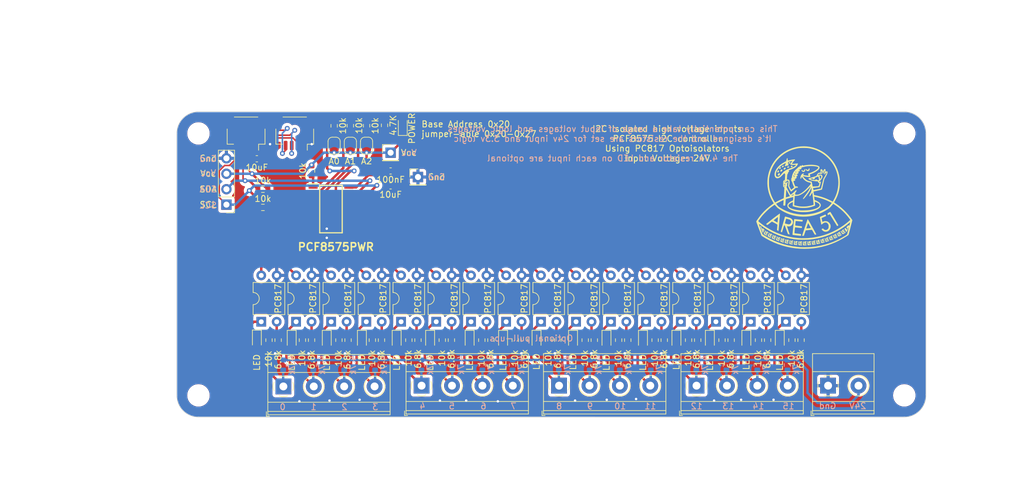
<source format=kicad_pcb>
(kicad_pcb (version 20221018) (generator pcbnew)
  (layers (0 "F.Cu" signal) (31 "B.Cu" signal) (34 "B.Paste" user) (35 "F.Paste" user) (36 "B.SilkS" user "B.Silkscreen") (37 "F.SilkS" user "F.Silkscreen") (38 "B.Mask" user) (39 "F.Mask" user) (44 "Edge.Cuts" user))
  (net 0 "")
  (net 1 "Net-(D1-K)")
  (net 2 "GND")
  (net 3 "Net-(D2-K)")
  (net 4 "/Single Channel opto-isolator circuit/Input")
  (net 5 "Net-(D3-K)")
  (net 6 "/Single Channel opto-isolator circuit1/Input")
  (net 7 "Net-(D4-K)")
  (net 8 "/Single Channel opto-isolator circuit2/Input")
  (net 9 "Net-(D5-K)")
  (net 10 "/Single Channel opto-isolator circuit3/Input")
  (net 11 "Net-(D6-K)")
  (net 12 "/Single Channel opto-isolator circuit4/Input")
  (net 13 "Net-(D7-K)")
  (net 14 "/Single Channel opto-isolator circuit5/Input")
  (net 15 "Net-(D8-K)")
  (net 16 "/Single Channel opto-isolator circuit6/Input")
  (net 17 "Net-(D9-K)")
  (net 18 "VCC")
  (net 19 "/Single Channel opto-isolator circuit7/Input")
  (net 20 "/scl")
  (net 21 "/sda")
  (net 22 "Net-(D10-K)")
  (net 23 "/Single Channel opto-isolator circuit12/Input")
  (net 24 "Net-(D11-K)")
  (net 25 "/Single Channel opto-isolator circuit8/Input")
  (net 26 "Net-(D12-K)")
  (net 27 "/Single Channel opto-isolator circuit9/Input")
  (net 28 "Net-(D13-K)")
  (net 29 "/Single Channel opto-isolator circuit10/Input")
  (net 30 "Net-(D14-K)")
  (net 31 "/Single Channel opto-isolator circuit11/Input")
  (net 32 "Net-(D15-K)")
  (net 33 "/Single Channel opto-isolator circuit13/Input")
  (net 34 "Net-(D16-K)")
  (net 35 "/Single Channel opto-isolator circuit14/Input")
  (net 36 "Net-(D17-K)")
  (net 37 "/Single Channel opto-isolator circuit15/Input")
  (net 38 "Net-(IC1-~{INT})")
  (net 39 "A1")
  (net 40 "A2")
  (net 41 "input0")
  (net 42 "input1")
  (net 43 "input2")
  (net 44 "Net-(R9-Pad1)")
  (net 45 "input3")
  (net 46 "input4")
  (net 47 "input5")
  (net 48 "Net-(R11-Pad1)")
  (net 49 "input6")
  (net 50 "input7")
  (net 51 "input8")
  (net 52 "Net-(R13-Pad1)")
  (net 53 "input9")
  (net 54 "input10")
  (net 55 "input11")
  (net 56 "Net-(R15-Pad1)")
  (net 57 "input12")
  (net 58 "input13")
  (net 59 "input14")
  (net 60 "Net-(R39-Pad1)")
  (net 61 "input15")
  (net 62 "A0")
  (net 63 "Net-(R17-Pad1)")
  (net 64 "Net-(R19-Pad1)")
  (net 65 "Net-(R21-Pad1)")
  (net 66 "Net-(R23-Pad1)")
  (net 67 "Net-(R25-Pad1)")
  (net 68 "Net-(R27-Pad1)")
  (net 69 "Net-(R29-Pad1)")
  (net 70 "Net-(R31-Pad1)")
  (net 71 "Net-(R33-Pad1)")
  (net 72 "Net-(R35-Pad1)")
  (net 73 "Net-(R37-Pad1)")
  (net 74 "+24V")
  (footprint "Resistor_SMD:R_0603_1608Metric" (layer "F.Cu") (at 119 117.825 -90)
    (fp_text reference "R15" hide)
    (fp_text value "6.8k")
  )
  (footprint "Resistor_SMD:R_0603_1608Metric" (layer "F.Cu") (at 159.5 117.825 -90)
    (fp_text reference "R29" hide)
    (fp_text value "6.8k")
  )
  (footprint "TerminalBlock_Phoenix:TerminalBlock_Phoenix_MKDS-1,5-4_1x04_P5.00mm_Horizontal" (layer "F.Cu") (at 153.703 125.313)
    (fp_text reference "J3" hide)
    (fp_text value "Conn_01x04" hide)
  )
  (footprint "Package_DIP:DIP-4_W7.62mm" (layer "F.Cu") (at 162.225 114.8 90)
    (fp_text reference "U12" hide)
    (fp_text value "PC817")
  )
  (footprint "LED_SMD:LED_0603_1608Metric_Pad1.05x0.95mm_HandSolder" (layer "F.Cu") (at 121.275 117.875 -90)
    (fp_text reference "D6" hide)
    (fp_text value "LED")
  )
  (footprint "Resistor_SMD:R_0603_1608Metric" (layer "F.Cu") (at 106 117.825 -90)
    (fp_text reference "R10" hide)
    (fp_text value "10k")
  )
  (footprint "Resistor_SMD:R_0603_1608Metric" (layer "F.Cu") (at 107.5 117.825 -90)
    (fp_text reference "R11" hide)
    (fp_text value "6.8k")
  )
  (footprint "Resistor_SMD:R_0603_1608Metric" (layer "F.Cu") (at 130.5 117.825 -90)
    (fp_text reference "R9" hide)
    (fp_text value "6.8k")
  )
  (footprint "Resistor_SMD:R_0603_1608Metric" (layer "F.Cu") (at 153.5 117.825 -90)
    (fp_text reference "R27" hide)
    (fp_text value "6.8k")
  )
  (footprint "Resistor_SMD:R_0603_1608Metric" (layer "F.Cu") (at 142.5 117.825 -90)
    (fp_text reference "R21" hide)
    (fp_text value "6.8k")
  )
  (footprint "Resistor_SMD:R_0603_1608Metric" (layer "F.Cu") (at 125 82.5 90)
    (fp_text reference "R1" hide)
    (fp_text value "4.7K")
  )
  (footprint "Package_DIP:DIP-4_W7.62mm" (layer "F.Cu") (at 133.5 114.8 90)
    (fp_text reference "U6" hide)
    (fp_text value "PC817")
  )
  (footprint "Resistor_SMD:R_0603_1608Metric" (layer "F.Cu") (at 141 117.825 -90)
    (fp_text reference "R20" hide)
    (fp_text value "10k")
  )
  (footprint "Resistor_SMD:R_0603_1608Metric" (layer "F.Cu") (at 163.5 117.825 -90)
    (fp_text reference "R30" hide)
    (fp_text value "10k")
  )
  (footprint "Capacitor_SMD:C_0603_1608Metric" (layer "F.Cu") (at 104 88)
    (fp_text reference "C3" hide)
    (fp_text value "10uF")
  )
  (footprint "Resistor_SMD:R_0603_1608Metric" (layer "F.Cu") (at 111.5 117.825 -90)
    (fp_text reference "R12" hide)
    (fp_text value "10k")
  )
  (footprint "Resistor_SMD:R_0603_1608Metric" (layer "F.Cu") (at 116.713 82.58 90)
    (fp_text reference "R2" hide)
    (fp_text value "10k")
  )
  (footprint "Resistor_SMD:R_0603_1608Metric" (layer "F.Cu") (at 193.5 117.825 -90)
    (fp_text reference "R39" hide)
    (fp_text value "6.8k")
  )
  (footprint "Resistor_SMD:R_0603_1608Metric" (layer "F.Cu") (at 158 117.825 -90)
    (fp_text reference "R28" hide)
    (fp_text value "10k")
  )
  (footprint "Jumper:SolderJumper-2_P1.3mm_Open_RoundedPad1.0x1.5mm" (layer "F.Cu") (at 122.047 85.852 90)
    (fp_text reference "JP3" hide)
    (fp_text value "Jumper_2_Open" hide)
  )
  (footprint "Resistor_SMD:R_0603_1608Metric" (layer "F.Cu") (at 192 117.825 -90)
    (fp_text reference "R38" hide)
    (fp_text value "10k")
  )
  (footprint "Package_DIP:DIP-4_W7.62mm" (layer "F.Cu") (at 191 114.8 90)
    (fp_text reference "U16" hide)
    (fp_text value "PC817")
  )
  (footprint "Resistor_SMD:R_0603_1608Metric" (layer "F.Cu") (at 105 93 180)
    (fp_text reference "R7" hide)
    (fp_text value "10k")
  )
  (footprint "LED_SMD:LED_0603_1608Metric_Pad1.05x0.95mm_HandSolder" (layer "F.Cu") (at 184.5 117.875 -90)
    (fp_text reference "D16" hide)
    (fp_text value "LED")
  )
  (footprint "Package_DIP:DIP-4_W7.62mm" (layer "F.Cu") (at 156.5 114.8 90)
    (fp_text reference "U11" hide)
    (fp_text value "PC817")
  )
  (footprint "Resistor_SMD:R_0603_1608Metric" (layer "F.Cu") (at 169.5 117.825 -90)
    (fp_text reference "R32" hide)
    (fp_text value "10k")
  )
  (footprint "TerminalBlock_Phoenix:TerminalBlock_Phoenix_MKDS-1,5-2_1x02_P5.00mm_Horizontal" (layer "F.Cu") (at 197.946 125.313)
    (fp_text reference "J10" hide)
    (fp_text value "power in")
  )
  (footprint "TerminalBlock_Phoenix:TerminalBlock_Phoenix_MKDS-1,5-4_1x04_P5.00mm_Horizontal" (layer "F.Cu") (at 108.364 125.44)
    (fp_text reference "J1" hide)
    (fp_text value "Conn_01x04" hide)
  )
  (footprint "Jumper:SolderJumper-2_P1.3mm_Open_RoundedPad1.0x1.5mm" (layer "F.Cu") (at 116.713 85.852 90)
    (fp_text reference "JP1" hide)
    (fp_text value "Jumper_2_Open" hide)
  )
  (footprint "Resistor_SMD:R_0603_1608Metric" (layer "F.Cu") (at 113 117.825 -90)
    (fp_text reference "R13" hide)
    (fp_text value "6.8k")
  )
  (footprint "Package_DIP:DIP-4_W7.62mm" (layer "F.Cu") (at 110.46 114.8 90)
    (fp_text reference "U3" hide)
    (fp_text value "PC817")
  )
  (footprint "LED_SMD:LED_0603_1608Metric_Pad1.05x0.95mm_HandSolder" (layer "F.Cu") (at 132.5 117.875 -90)
    (fp_text reference "D7" hide)
    (fp_text value "LED")
  )
  (footprint "LED_SMD:LED_0603_1608Metric_Pad1.05x0.95mm_HandSolder" (layer "F.Cu") (at 167.5 117.875 -90)
    (fp_text reference "D14" hide)
    (fp_text value "LED")
  )
  (footprint "Resistor_SMD:R_0603_1608Metric" (layer "F.Cu") (at 186.5 117.825 -90)
    (fp_text reference "R36" hide)
    (fp_text value "10k")
  )
  (footprint "Package_DIP:DIP-4_W7.62mm" (layer "F.Cu") (at 168 114.8 90)
    (fp_text reference "U13" hide)
    (fp_text value "PC817")
  )
  (footprint "MountingHole:MountingHole_3.2mm_M3" (layer "F.Cu") (at 94.4 83.834)
    (fp_text reference "REF**" hide)
    (fp_text value "MountingHole_3.2mm_M3" hide)
  )
  (footprint "LED_SMD:LED_0603_1608Metric_Pad1.05x0.95mm_HandSolder" (layer "F.Cu") (at 127 117.875 -90)
    (fp_text reference "D2" hide)
    (fp_text value "LED")
  )
  (footprint "LED_SMD:LED_0603_1608Metric_Pad1.05x0.95mm_HandSolder" (layer "F.Cu") (at 156 117.875 -90)
    (fp_text reference "D12" hide)
    (fp_text value "LED")
  )
  (footprint "TerminalBlock_Phoenix:TerminalBlock_Phoenix_MKDS-1,5-4_1x04_P5.00mm_Horizontal" (layer "F.Cu") (at 131.097 125.313)
    (fp_text reference "J2" hide)
    (fp_text value "Conn_01x04" hide)
  )
  (footprint "Capacitor_SMD:C_0603_1608Metric" (layer "F.Cu") (at 126 90)
    (fp_text reference "C2" hide)
    (fp_text value "100nF")
  )
  (footprint "Evan's misc parts:LC API" (layer "F.Cu") (at 193.548 94.488)
    (fp_text reference "G***" hide)
    (fp_text value "LOGO" hide)
  )
  (footprint "Connector_JST:JST_SH_SM04B-SRSS-TB_1x04-1MP_P1.00mm_Horizontal" (layer "F.Cu") (at 110.236 83.82 180)
    (fp_text reference "J7" hide)
    (fp_text value "qwiic 1" hide)
  )
  (footprint "Jumper:SolderJumper-2_P1.3mm_Open_RoundedPad1.0x1.5mm" (layer "F.Cu") (at 119.38 85.852 90)
    (fp_text reference "JP2" hide)
    (fp_text value "Jumper_2_Open" hide)
  )
  (footprint "Capacitor_SMD:C_0603_1608Metric" (layer "F.Cu") (at 126 92.456)
    (fp_text reference "C1" hide)
    (fp_text value "10uF")
  )
  (footprint "LED_SMD:LED_0603_1608Metric_Pad1.05x0.95mm_HandSolder" (layer "F.Cu") (at 139 117.875 -90)
    (fp_text reference "D8" hide)
    (fp_text value "LED")
  )
  (footprint "LED_SMD:LED_0603_1608Metric_Pad1.05x0.95mm_HandSolder" (layer "F.Cu") (at 104 117.825 -90)
    (fp_text reference "D3" hide)
    (fp_text value "LED")
  )
  (footprint "Resistor_SMD:R_0603_1608Metric" (layer "F.Cu") (at 123 117.825 -90)
    (fp_text reference "R16" hide)
    (fp_text value "10k")
  )
  (footprint "Resistor_SMD:R_0603_1608Metric" (layer "F.Cu") (at 152 117.825 -90)
    (fp_text reference "R26" hide)
    (fp_text value "10k")
  )
  (footprint "Connector_PinHeader_2.54mm:PinHeader_1x04_P2.54mm_Vertical" (layer "F.Cu") (at 99 95.544 180)
    (fp_text reference "J9" hide)
    (fp_text value "i2c test points" hide)
  )
  (footprint "Package_DIP:DIP-4_W7.62mm" (layer "F.Cu") (at 150.725 114.8 90)
    (fp_text reference "U10" hide)
    (fp_text value "PC817")
  )
  (footprint "Resistor_SMD:R_0603_1608Metric" (layer "F.Cu") (at 113 90 -90)
    (fp_text reference "R5" hide)
    (fp_text value "10k")
  )
  (footprint "Resistor_SMD:R_0603_1608Metric" (layer "F.Cu") (at 129 117.825 -90)
    (fp_text reference "R8" hide)
    (fp_text value "10k")
  )
  (footprint "Resistor_SMD:R_0603_1608Metric" (layer "F.Cu") (at 188 117.825 -90)
    (fp_text reference "R37" hide)
    (fp_text value "6.8k")
  )
  (footprint "LED_SMD:LED_0603_1608Metric_Pad1.05x0.95mm_HandSolder" (layer "F.Cu") (at 173 117.875 -90)
    (fp_text reference "D10" hide)
    (fp_text value "LED")
  )
  (footprint "Resistor_SMD:R_0603_1608Metric" (layer "F.Cu") (at 146.5 117.825 -90)
    (fp_text reference "R22" hide)
    (fp_text value "10k")
  )
  (footprint "Package_DIP:DIP-4_W7.62mm" (layer "F.Cu") (at 139.225 114.8 90)
    (fp_text reference "U7" hide)
    (fp_text value "PC817")
  )
  (footprint "TerminalBlock_Phoenix:TerminalBlock_Phoenix_MKDS-1,5-4_1x04_P5.00mm_Horizontal" (layer "F.Cu") (at 176.309 125.313)
    (fp_text reference "J4" hide)
    (fp_text value "Conn_01x04" hide)
  )
  (footprint "Resistor_SMD:R_0603_1608Metric" (layer "F.Cu") (at 176.5 117.825 -90)
    (fp_text reference "R25" hide)
    (fp_text value "6.8k")
  )
  (footprint "Connector_PinHeader_2.54mm:PinHeader_1x01_P2.54mm_Vertical" (layer "F.Cu") (at 130.5 91)
    (fp_text reference "J6" hide)
    (fp_text value "Conn_01x01" hide)
  )
  (footprint "MountingHole:MountingHole_3.2mm_M3" (layer "F.Cu") (at 210.479 83.834)
    (fp_text reference "REF**" hide)
    (fp_text value "MountingHole_3.2mm_M3" hide)
  )
  (footprint "Resistor_SMD:R_0603_1608Metric" (layer "F.Cu") (at 136 117.825 -90)
    (fp_text reference "R19" hide)
    (fp_text value "6.8k")
  )
  (footprint "Resistor_SMD:R_0603_1608Metric" (layer "F.Cu") (at 180.5 117.825 -90)
    (fp_text reference "R34" hide)
    (fp_text value "10k")
  )
  (footprint "Package_DIP:DIP-4_W7.62mm" (layer "F.Cu") (at 127.725 114.8 90)
    (fp_text reference "U1" hide)
    (fp_text value "PC817")
  )
  (footprint "Resistor_SMD:R_0603_1608Metric" (layer "F.Cu") (at 148 117.825 -90)
    (fp_text reference "R23" hide)
    (fp_text value "6.8k")
  )
  (footprint "Resistor_SMD:R_0603_1608Metric" (layer "F.Cu") (at 117.5 117.825 -90)
    (fp_text reference "R14" hide)
    (fp_text value "10k")
  )
  (footprint "Package_DIP:DIP-4_W7.62mm" (layer "F.Cu") (at 179.5 114.8 90)
    (fp_text reference "U14" hide)
    (fp_text value "PC817")
  )
  (footprint "Connector_JST:JST_SH_SM04B-SRSS-TB_1x04-1MP_P1.00mm_Horizontal" (layer "F.Cu") (at 102.235 83.82 180)
    (fp_text reference "J8" hide)
    (fp_text value "qwiic 2" hide)
  )
  (footprint "Package_DIP:DIP-4_W7.62mm" (layer "F.Cu") (at 116.225 114.8 90)
    (fp_text reference "U4" hide)
    (fp_text value "PC817")
  )
  (footprint "Connector_PinHeader_2.54mm:PinHeader_1x01_P2.54mm_Vertical" (layer "F.Cu") (at 126 87)
    (fp_text reference "J5" hide)
    (fp_text value "Conn_01x01" hide)
  )
  (footprint "Package_DIP:DIP-4_W7.62mm" (layer "F.Cu") (at 122 114.8 90)
    (fp_text reference "U5" hide)
    (fp_text value "PC817")
  )
  (footprint "MountingHole:MountingHole_3.2mm_M3" (layer "F.Cu") (at 210.479 126.913)
    (fp_text reference "REF**" hide)
    (fp_text value "MountingHole_3.2mm_M3" hide)
  )
  (footprint "LED_SMD:LED_0603_1608Metric_Pad1.05x0.95mm_HandSolder" (layer "F.Cu") (at 161.5 117.875 -90)
    (fp_text reference "D13" hide)
    (fp_text value "LED")
  )
  (footprint "Resistor_SMD:R_0603_1608Metric" (layer "F.Cu") (at 122.047 82.565 90)
    (fp_text reference "R4" hide)
    (fp_text value "10k")
  )
  (footprint "LED_SMD:LED_0603_1608Metric_Pad1.05x0.95mm_HandSolder" (layer "F.Cu") (at 128 82.5 90)
    (fp_text reference "D1" hide)
    (fp_text value "POWER")
  )
  (footprint "Resistor_SMD:R_0603_1608Metric" (layer "F.Cu") (at 134.5 117.825 -90)
    (fp_text reference "R18" hide)
    (fp_text value "10k")
  )
  (footprint "Package_DIP:DIP-4_W7.62mm" (layer "F.Cu") (at 173.725 114.8 90)
    (fp_text reference "U9" hide)
    (fp_text value "PC817")
  )
  (footprint "Resistor_SMD:R_0603_1608Metric" (layer "F.Cu") (at 105 96 180)
    (fp_text reference "R6" hide)
    (fp_text value "10k")
  )
  (footprint "Resistor_SMD:R_0603_1608Metric" (layer "F.Cu") (at 165 117.825 -90)
    (fp_text reference "R31" hide)
    (fp_text value "6.8k")
  )
  (footprint "Resistor_SMD:R_0603_1608Metric" (layer "F.Cu") (at 175 117.825 -90)
    (fp_text reference "R24" hide)
    (fp_text value "10k")
  )
  (footprint "LED_SMD:LED_0603_1608Metric_Pad1.05x0.95mm_HandSolder" (layer "F.Cu") (at 150 117.875 -90)
    (fp_text reference "D11" hide)
    (fp_text value "LED")
  )
  (footprint "Resistor_SMD:R_0603_1608Metric" (layer "F.Cu") (at 171 117.825 -90)
    (fp_text reference "R33" hide)
    (fp_text value "6.8k")
  )
  (footprint "Package_DIP:DIP-4_W7.62mm" (layer "F.Cu") (at 145 114.8 90)
    (fp_text reference "U8" hide)
    (fp_text value "PC817")
  )
  (footprint "LED_SMD:LED_0603_1608Metric_Pad1.05x0.95mm_HandSolder" (layer "F.Cu") (at 178.5 117.875 -90)
    (fp_text reference "D15" hide)
    (fp_text value "LED")
  )
  (footprint "Package_DIP:DIP-4_W7.62mm" (layer "F.Cu") (at 185.225 114.8 90)
    (fp_text reference "U15" hide)
    (fp_text value "PC817")
  )
  (footprint "Resistor_SMD:R_0603_1608Metric" (layer "F.Cu") (at 182 117.825 -90)
    (fp_text reference "R35" hide)
    (fp_text value "6.8k")
  )
  (footprint "LED_SMD:LED_0603_1608Metric_Pad1.05x0.95mm_HandSolder" (layer "F.Cu") (at 144.5 117.875 -90)
    (fp_text reference "D9" hide)
    (fp_text value "LED")
  )
  (footprint "Resistor_SMD:R_0603_1608Metric" (layer "F.Cu") (at 124.5 117.825 -90)
    (fp_text reference "R17" hide)
    (fp_text value "6.8k")
  )
  (footprint "Evan's parts:SOP65P640X120-24N" (layer "F.Cu") (at 116.192 96.275)
    (fp_text reference "IC1" hide)
    (fp_text value "PCF8575PWR")
  )
  (footprint "LED_SMD:LED_0603_1608Metric_Pad1.05x0.95mm_HandSolder" (layer "F.Cu") (at 109.735 117.875 -90)
    (fp_text reference "D4" hide)
    (fp_text value "LED")
  )
  (footprint "MountingHole:MountingHole_3.2mm_M3" (layer "F.Cu") (at 94.4 126.913)
    (fp_text reference "REF**" hide)
    (fp_text value "MountingHole_3.2mm_M3" hide)
  )
  (footprint "LED_SMD:LED_0603_1608Metric_Pad1.05x0.95mm_HandSolder" (layer "F.Cu") (at 190 117.875 -90)
    (fp_text reference "D17" hide)
    (fp_text value "LED")
  )
  (footprint "Package_DIP:DIP-4_W7.62mm" (layer "F.Cu") (at 104.725 114.8 90)
    (fp_text reference "U2" hide)
    (fp_text value "PC817")
  )
  (footprint "LED_SMD:LED_0603_1608Metric_Pad1.05x0.95mm_HandSolder" (layer "F.Cu") (at 115.5 117.875 -90)
    (fp_text reference "D5" hide)
    (fp_text value "LED")
  )
  (footprint "Resistor_SMD:R_0603_1608Metric" (layer "F.Cu") (at 119.38 82.565 90)
    (fp_text reference "R3" hide)
    (fp_text value "10k")
  )
  (footprint "Resistor_SMD:R_0603_1608Metric" (layer "B.Cu") (at 131.064 121.92 -90)
    (fp_text reference "R40" hide)
    (fp_text value "4.7k")
  )
  (footprint "Resistor_SMD:R_0603_1608Metric" (layer "B.Cu") (at 181.229 121.92 -90)
    (fp_text reference "R53" hide)
    (fp_text value "4.7k")
  )
  (footprint "Resistor_SMD:R_0603_1608Metric" (layer "B.Cu") (at 168.783 121.92 -90)
    (fp_text reference "R52" hide)
    (fp_text value "4.7k")
  )
  (footprint "Resistor_SMD:R_0603_1608Metric" (layer "B.Cu") (at 108.331 121.92 -90)
    (fp_text reference "R41" hide)
    (fp_text value "4.7k")
  )
  (footprint "Resistor_SMD:R_0603_1608Metric" (layer "B.Cu") (at 146.05 121.92 -90)
    (fp_text reference "R47" hide)
    (fp_text value "4.7k")
  )
  (footprint "Resistor_SMD:R_0603_1608Metric" (layer "B.Cu") (at 153.67 121.92 -90)
    (fp_text reference "R49" hide)
    (fp_text value "4.7k")
  )
  (footprint "Resistor_SMD:R_0603_1608Metric" (layer "B.Cu") (at 136.144 121.92 -90)
    (fp_text reference "R45" hide)
    (fp_text value "4.7k")
  )
  (footprint "Resistor_SMD:R_0603_1608Metric" (layer "B.Cu") (at 123.444 121.92 -90)
    (fp_text reference "R44" hide)
    (fp_text value "4.7k")
  )
  (footprint "Resistor_SMD:R_0603_1608Metric" (layer "B.Cu") (at 176.276 121.92 -90)
    (fp_text reference "R48" hide)
    (fp_text value "4.7k")
  )
  (footprint "Resistor_SMD:R_0603_1608Metric" (layer "B.Cu") (at 191.262 121.92 -90)
    (fp_text reference "R55" hide)
    (fp_text value "4.7k")
  )
  (footprint "Resistor_SMD:R_0603_1608Metric" (layer "B.Cu") (at 163.703 121.92 -90)
    (fp_text reference "R51" hide)
    (fp_text value "4.7k")
  )
  (footprint "Resistor_SMD:R_0603_1608Metric" (layer "B.Cu") (at 118.364 121.92 -90)
    (fp_text reference "R43" hide)
    (fp_text value "4.7k")
  )
  (footprint "Resistor_SMD:R_0603_1608Metric" (layer "B.Cu") (at 186.309 121.92 -90)
    (fp_text reference "R54" hide)
    (fp_text value "4.7k")
  )
  (footprint "Resistor_SMD:R_0603_1608Metric" (layer "B.Cu") (at 158.75 121.92 -90)
    (fp_text reference "R50" hide)
    (fp_text value "4.7k")
  )
  (footprint "Resistor_SMD:R_0603_1608Metric" (layer "B.Cu") (at 141.097 121.92 -90)
    (fp_text reference "R46" hide)
    (fp_text value "4.7k")
  )
  (footprint "Resistor_SMD:R_0603_1608Metric" (layer "B.Cu") (at 113.284 121.92 -90)
    (fp_text reference "R42" hide)
    (fp_text value "4.7k")
  )
  (gr_arc (start 94.4 130.469) (mid 91.885528 129.427472) (end 90.844 126.913) (stroke (width 0.1)) (layer "Edge.Cuts"))
  (gr_line (start 90.844 83.834) (end 90.844 126.913) (stroke (width 0.1)) (layer "Edge.Cuts"))
  (gr_line (start 94.4 80.278) (end 210.479 80.278) (stroke (width 0.1)) (layer "Edge.Cuts"))
  (gr_line (start 210.479 130.471267) (end 94.4 130.469) (stroke (width 0.1)) (layer "Edge.Cuts"))
  (gr_arc (start 214.035 126.786) (mid 213.039582 129.383766) (end 210.479 130.471267) (stroke (width 0.1)) (layer "Edge.Cuts"))
  (gr_arc (start 90.844 83.834) (mid 91.885528 81.319528) (end 94.4 80.278) (stroke (width 0.1)) (layer "Edge.Cuts"))
  (gr_arc (start 210.479 80.278) (mid 212.993472 81.319528) (end 214.035 83.834) (stroke (width 0.1)) (layer "Edge.Cuts"))
  (gr_line (start 214.035 83.834) (end 214.035 126.786) (stroke (width 0.1)) (layer "Edge.Cuts"))
  (gr_text "11" (at 168.696 128.691) (layer "B.SilkS") (effects (font (size 1 1)) (justify mirror)))
  (gr_text "1" (at 113.324 128.818) (layer "B.SilkS") (effects (font (size 1 1)) (justify mirror)))
  (gr_text "24V" (at 202.819 128.651) (layer "B.SilkS") (effects (font (size 1 1)) (justify mirror)))
  (gr_text "13" (at 181.523 128.691) (layer "B.SilkS") (effects (font (size 1 1)) (justify mirror)))
  (gr_text "Vcc" (at 129 87) (layer "B.SilkS") (effects (font (size 1 1)) (justify mirror)))
  (gr_text "This can potentially take a range of input voltages and logic voltages\nIt's designed and the resistors are set for 24v input and 3.3v logic\n\nThe 4.7k resistor and LED on each input are optional" (at 162.5 85.5) (layer "B.SilkS") (effects (font (size 1 1)) (justify mirror)))
  (gr_text "0" (at 108.244 128.818) (layer "B.SilkS") (effects (font (size 1 1)) (justify mirror)))
  (gr_text "6" (at 141.264 128.691) (layer "B.SilkS") (effects (font (size 1 1)) (justify mirror)))
  (gr_text "Gnd" (at 96 88) (layer "B.SilkS") (effects (font (size 1 1)) (justify mirror)))
  (gr_text "SCL" (at 96 95.671) (layer "B.SilkS") (effects (font (size 1 1)) (justify mirror)))
  (gr_text "Gnd" (at 133.548 91) (layer "B.SilkS") (effects (font (size 1 1)) (justify mirror)))
  (gr_text "14" (at 186.476 128.691) (layer "B.SilkS") (effects (font (size 1 1)) (justify mirror)))
  (gr_text "9" (at 158.79 128.691) (layer "B.SilkS") (effects (font (size 1 1)) (justify mirror)))
  (gr_text "12" (at 176.316 128.691) (layer "B.SilkS") (effects (font (size 1 1)) (justify mirror)))
  (gr_text "10" (at 163.743 128.691) (layer "B.SilkS") (effects (font (size 1 1)) (justify mirror)))
  (gr_text "5" (at 136.057 128.691) (layer "B.SilkS") (effects (font (size 1 1)) (justify mirror)))
  (gr_text "8" (at 153.71 128.691) (layer "B.SilkS") (effects (font (size 1 1)) (justify mirror)))
  (gr_text "2" (at 118.404 128.818) (layer "B.SilkS") (effects (font (size 1 1)) (justify mirror)))
  (gr_text "7" (at 146.217 128.691) (layer "B.SilkS") (effects (font (size 1 1)) (justify mirror)))
  (gr_text "3" (at 123.484 128.818) (layer "B.SilkS") (effects (font (size 1 1)) (justify mirror)))
  (gr_text "15" (at 191.429 128.691) (layer "B.SilkS") (effects (font (size 1 1)) (justify mirror)))
  (gr_text "Vcc" (at 96 90.337) (layer "B.SilkS") (effects (font (size 1 1)) (justify mirror)))
  (gr_text "Optional pull-ups" (at 156.083 118.11) (layer "B.SilkS") (effects (font (size 1 1)) (justify left bottom mirror)))
  (gr_text "4" (at 131.231 128.691) (layer "B.SilkS") (effects (font (size 1 1)) (justify mirror)))
  (gr_text "Gnd" (at 197.866 128.651) (layer "B.SilkS") (effects (font (size 1 1)) (justify mirror)))
  (gr_text "SDA" (at 96 93) (layer "B.SilkS") (effects (font (size 1 1)) (justify mirror)))
  (gr_text "Base Address 0x20\njumper-able 0x20-0x27" (at 131 84.5) (layer "F.SilkS") (effects (font (size 1 1)) (justify left bottom)))
  (gr_text "I2C Isolated high voltage inputs\nPCF8575 I2C controller\nUsing PC817 Optoisolators\nInput Voltage: 24V\n" (at 171.5 85.5) (layer "F.SilkS") (effects (font (size 1 1))))
  (gr_text "Gnd" (at 133.548 91) (layer "F.SilkS") (effects (font (size 1 1))))
  (gr_text "A2" (at 122.047 88.392) (layer "F.SilkS") (effects (font (size 1 1))))
  (gr_text "Vcc" (at 129 87) (layer "F.SilkS") (effects (font (size 1 1))))
  (gr_text "SCL" (at 96 95.544) (layer "F.SilkS") (effects (font (size 1 1))))
  (gr_text "A1" (at 119.38 88.392) (layer "F.SilkS") (effects (font (size 1 1))))
  (gr_text "SDA" (at 96 93) (layer "F.SilkS") (effects (font (size 1 1))))
  (gr_text "Vcc" (at 96 90.434) (layer "F.SilkS") (effects (font (size 1 1))))
  (gr_text "Gnd" (at 96 87.934) (layer "F.SilkS") (effects (font (size 1 1))))
  (gr_text "A0" (at 116.713 88.392) (layer "F.SilkS") (effects (font (size 1 1))))
  (segment (start 125 83.325) (end 127.95 83.325) (width 0.4) (layer "F.Cu") (net 1))
  (segment (start 127.95 83.325) (end 128 83.375) (width 0.4) (layer "F.Cu") (net 1))
  (segment (start 107.436 81.945) (end 108.555 81.945) (width 0.4) (layer "F.Cu") (net 2))
  (segment (start 108.555 81.945) (end 109 81.5) (width 0.4) (layer "F.Cu") (net 2))
  (segment (start 107.436 81.945) (end 105.035 81.945) (width 0.4) (layer "F.Cu") (net 2))
  (segment (start 109 81.5) (end 110.5 81.5) (width 0.4) (layer "F.Cu") (net 2))
  (segment (start 103.735 86.96) (end 104.775 88) (width 0.4) (layer "F.Cu") (net 2))
  (segment (start 105.95 85.82) (end 106.172 85.598) (width 0.4) (layer "F.Cu") (net 2))
  (segment (start 115.15 99.85) (end 115.5 99.5) (width 0.4) (layer "F.Cu") (net 2))
  (segment (start 110.945 81.945) (end 113.036 81.945) (width 0.4) (layer "F.Cu") (net 2))
  (segment (start 103.735 85.82) (end 105.95 85.82) (width 0.4) (layer "F.Cu") (net 2))
  (segment (start 103.735 85.82) (end 103.735 86.96) (width 0.4) (layer "F.Cu") (net 2))
  (segment (start 110.5 81.5) (end 110.945 81.945) (width 0.4) (layer "F.Cu") (net 2))
  (segment (start 113.254 99.85) (end 115.15 99.85) (width 0.4) (layer "F.Cu") (net 2))
  (via (at 112.5 120) (size 0.8) (drill 0.4) (layers "F.Cu" "B.Cu") (net 2))
  (via (at 113.03 85.598) (size 0.8) (drill 0.4) (layers "F.Cu" "B.Cu") (net 2))
  (via (at 118.5 120) (size 0.8) (drill 0.4) (layers "F.Cu" "B.Cu") (net 2))
  (via (at 110.998 127.889) (size 0.8) (drill 0.4) (layers "F.Cu" "B.Cu") (net 2))
  (via (at 124 120) (size 0.8) (drill 0.4) (layers "F.Cu" "B.Cu") (net 2))
  (via (at 106.172 85.598) (size 0.8) (drill 0.4) (layers "F.Cu" "B.Cu") (net 2))
  (via (at 138.43 127.762) (size 0.8) (drill 0.4) (layers "F.Cu" "B.Cu") (net 2))
  (via (at 135.5 120) (size 0.8) (drill 0.4) (layers "F.Cu" "B.Cu") (net 2))
  (via (at 153 120) (size 0.8) (drill 0.4) (layers "F.Cu" "B.Cu") (net 2))
  (via (at 179.197 127.762) (size 0.8) (drill 0.4) (layers "F.Cu" "B.Cu") (net 2))
  (via (at 115.951 127.762) (size 0.8) (drill 0.4) (layers "F.Cu" "B.Cu") (net 2))
  (via (at 115.5 99.5) (size 0.8) (drill 0.4) (layers "F.Cu" "B.Cu") (net 2))
  (via (at 188.976 127.635) (size 0.8) (drill 0.4) (layers "F.Cu" "B.Cu") (net 2))
  (via (at 143.637 127.889) (size 0.8) (drill 0.4) (layers "F.Cu" "B.Cu") (net 2))
  (via (at 134.112 127.762) (size 0.8) (drill 0.4) (layers "F.Cu" "B.Cu") (net 2))
  (via (at 187.5 120) (size 0.8) (drill 0.4) (layers "F.Cu" "B.Cu") (net 2))
  (via (at 147.5 120) (size 0.8) (drill 0.4) (layers "F.Cu" "B.Cu") (net 2))
  (via (at 176 120) (size 0.8) (drill 0.4) (layers "F.Cu" "B.Cu") (net 2))
  (via (at 166.37 127.508) (size 0.8) (drill 0.4) (layers "F.Cu" "B.Cu") (net 2))
  (via (at 107 120) (size 0.8) (drill 0.4) (layers "F.Cu" "B.Cu") (net 2))
  (via (at 181.5 120) (size 0.8) (drill 0.4) (layers "F.Cu" "B.Cu") (net 2))
  (via (at 164.5 120) (size 0.8) (drill 0.4) (layers "F.Cu" "B.Cu") (net 2))
  (via (at 183.642 127.635) (size 0.8) (drill 0.4) (layers "F.Cu" "B.Cu") (net 2))
  (via (at 115.5 101) (size 0.8) (drill 0.4) (layers "F.Cu" "B.Cu") (net 2))
  (via (at 161.544 127.635) (size 0.8) (drill 0.4) (layers "F.Cu" "B.Cu") (net 2))
  (via (at 170.5 120) (size 0.8) (drill 0.4) (layers "F.Cu" "B.Cu") (net 2))
  (via (at 156.337 127.762) (size 0.8) (drill 0.4) (layers "F.Cu" "B.Cu") (net 2))
  (via (at 142 120) (size 0.8) (drill 0.4) (layers "F.Cu" "B.Cu") (net 2))
  (via (at 120.904 127.635) (size 0.8) (drill 0.4) (layers "F.Cu" "B.Cu") (net 2))
  (via (at 159 120) (size 0.8) (drill 0.4) (layers "F.Cu" "B.Cu") (net 2))
  (segment (start 127 117) (end 129 117) (width 0.4) (layer "F.Cu") (net 3))
  (segment (start 126.125 116.4) (end 126.125 118.5) (width 0.4) (layer "F.Cu") (net 4))
  (segment (start 127.725 114.8) (end 126.125 116.4) (width 0.4) (layer "F.Cu") (net 4))
  (segment (start 126.125 118.5) (end 126.125 120.341) (width 0.4) (layer "F.Cu") (net 4))
  (segment (start 126.375 118.75) (end 126.125 118.5) (width 0.4) (layer "F.Cu") (net 4))
  (segment (start 127 118.75) (end 126.375 118.75) (width 0.4) (layer "F.Cu") (net 4))
  (segment (start 126.125 120.341) (end 131.097 125.313) (width 0.4) (layer "F.Cu") (net 4))
  (segment (start 131.064 125.28) (end 131.097 125.313) (width 0.4) (layer "B.Cu") (net 4))
  (segment (start 131.064 122.745) (end 131.064 125.28) (width 0.4) (layer "B.Cu") (net 4))
  (segment (start 104 116.95) (end 105.95 116.95) (width 0.4) (layer "F.Cu") (net 5))
  (segment (start 105.95 116.95) (end 106 117) (width 0.4) (layer "F.Cu") (net 5))
  (segment (start 103 120.076) (end 108.364 125.44) (width 0.4) (layer "F.Cu") (net 6))
  (segment (start 104.725 114.8) (end 103.525 114.8) (width 0.4) (layer "F.Cu") (net 6))
  (segment (start 103 118.5) (end 103 120.076) (width 0.4) (layer "F.Cu") (net 6))
  (segment (start 103 115.325) (end 103 118.5) (width 0.4) (layer "F.Cu") (net 6))
  (segment (start 103.525 114.8) (end 103 115.325) (width 0.4) (layer "F.Cu") (net 6))
  (segment (start 104 118.7) (end 103.2 118.7) (width 0.4) (layer "F.Cu") (net 6))
  (segment (start 103.2 118.7) (end 103 118.5) (width 0.4) (layer "F.Cu") (net 6))
  (segment (start 108.331 125.407) (end 108.364 125.44) (width 0.4) (layer "B.Cu") (net 6))
  (segment (start 108.331 122.745) (end 108.331 125.407) (width 0.4) (layer "B.Cu") (net 6))
  (segment (start 109.735 117) (end 111.5 117) (width 0.4) (layer "F.Cu") (net 7))
  (segment (start 108.86 118.5) (end 108.86 120.936) (width 0.4) (layer "F.Cu") (net 8))
  (segment (start 108.86 116.448439) (end 108.86 118.5) (width 0.4) (layer "F.Cu") (net 8))
  (segment (start 109.735 118.75) (end 109.11 118.75) (width 0.4) (layer "F.Cu") (net 8))
  (segment (start 110.46 114.848439) (end 108.86 116.448439) (width 0.4) (layer "F.Cu") (net 8))
  (segment (start 109.11 118.75) (end 108.86 118.5) (width 0.4) (layer "F.Cu") (net 8))
  (segment (start 110.46 114.8) (end 110.46 114.848439) (width 0.4) (layer "F.Cu") (net 8))
  (segment (start 108.86 120.936) (end 113.364 125.44) (width 0.4) (layer "F.Cu") (net 8))
  (segment (start 113.284 125.36) (end 113.364 125.44) (width 0.4) (layer "B.Cu") (net 8))
  (segment (start 113.284 122.745) (end 113.284 125.36) (width 0.4) (layer "B.Cu") (net 8))
  (segment (start 115.5 117) (end 117.5 117) (width 0.4) (layer "F.Cu") (net 9))
  (segment (start 116.225 114.8) (end 116.225 114.848439) (width 0.4) (layer "F.Cu") (net 10))
  (segment (start 114.625 118.5) (end 114.625 121.701) (width 0.4) (layer "F.Cu") (net 10))
  (segment (start 114.875 118.75) (end 114.625 118.5) (width 0.4) (layer "F.Cu") (net 10))
  (segment (start 114.625 121.701) (end 118.364 125.44) (width 0.4) (layer "F.Cu") (net 10))
  (segment (start 116.225 114.848439) (end 114.625 116.448439) (width 0.4) (layer "F.Cu") (net 10))
  (segment (start 114.625 116.448439) (end 114.625 118.5) (width 0.4) (layer "F.Cu") (net 10))
  (segment (start 115.5 118.75) (end 114.875 118.75) (width 0.4) (layer "F.Cu") (net 10))
  (segment (start 118.364 122.745) (end 118.364 125.44) (width 0.4) (layer "B.Cu") (net 10))
  (segment (start 121.275 117) (end 123 117) (width 0.4) (layer "F.Cu") (net 11))
  (segment (start 122 114.8) (end 120.4 116.4) (width 0.4) (layer "F.Cu") (net 12))
  (segment (start 120.4 118.5) (end 120.4 122.476) (width 0.4) (layer "F.Cu") (net 12))
  (segment (start 120.4 122.476) (end 123.364 125.44) (width 0.4) (layer "F.Cu") (net 12))
  (segment (start 121.275 118.75) (end 120.65 118.75) (width 0.4) (layer "F.Cu") (net 12))
  (segment (start 120.65 118.75) (end 120.4 118.5) (width 0.4) (layer "F.Cu") (net 12))
  (segment (start 120.4 116.4) (end 120.4 118.5) (width 0.4) (layer "F.Cu") (net 12))
  (segment (start 123.444 125.36) (end 123.364 125.44) (width 0.4) (layer "B.Cu") (net 12))
  (segment (start 123.444 122.745) (end 123.444 125.36) (width 0.4) (layer "B.Cu") (net 12))
  (segment (start 132.5 117) (end 134.5 117) (width 0.4) (layer "F.Cu") (net 13))
  (segment (start 133.5 114.8) (end 133.273439 114.8) (width 0.4) (layer "F.Cu") (net 14))
  (segment (start 131.625 118.5) (end 131.625 120.841) (width 0.4) (layer "F.Cu") (net 14))
  (segment (start 131.875 118.75) (end 131.625 118.5) (width 0.4) (layer "F.Cu") (net 14))
  (segment (start 131.625 116.448439) (end 131.625 118.5) (width 0.4) (layer "F.Cu") (net 14))
  (segment (start 133.273439 114.8) (end 131.625 116.448439) (width 0.4) (layer "F.Cu") (net 14))
  (segment (start 131.625 120.841) (end 136.097 125.313) (width 0.4) (layer "F.Cu") (net 14))
  (segment (start 132.5 118.75) (end 131.875 118.75) (width 0.4) (layer "F.Cu") (net 14))
  (segment (start 136.144 125.266) (end 136.097 125.313) (width 0.4) (layer "B.Cu") (net 14))
  (segment (start 136.144 122.745) (end 136.144 125.266) (width 0.4) (layer "B.Cu") (net 14))
  (segment (start 139 117) (end 141 117) (width 0.4) (layer "F.Cu") (net 15))
  (segment (start 138.375 118.75) (end 138.125 118.5) (width 0.4) (layer "F.Cu") (net 16))
  (segment (start 138.125 122.341) (end 141.097 125.313) (width 0.4) (layer "F.Cu") (net 16))
  (segment (start 139 118.75) (end 138.375 118.75) (width 0.4) (layer "F.Cu") (net 16))
  (segment (start 138.125 115.9) (end 138.125 118.5) (width 0.4) (layer "F.Cu") (net 16))
  (segment (start 139.225 114.8) (end 138.125 115.9) (width 0.4) (layer "F.Cu") (net 16))
  (segment (start 138.125 118.5) (end 138.125 122.341) (width 0.4) (layer "F.Cu") (net 16))
  (segment (start 141.097 122.745) (end 141.097 125.313) (width 0.4) (layer "B.Cu") (net 16))
  (segment (start 144.5 117) (end 146.5 117) (width 0.4) (layer "F.Cu") (net 17))
  (segment (start 128 81.625) (end 128.875 82.5) (width 0.4) (layer "F.Cu") (net 18))
  (segment (start 109.936072 84.574) (end 110.736 85.373928) (width 0.25) (layer "F.Cu") (net 18))
  (segment (start 110.736 85.373928) (end 110.736 85.82) (width 0.25) (layer "F.Cu") (net 18))
  (segment (start 102.735 85.82) (end 102.735 85.373928) (width 0.25) (layer "F.Cu") (net 18))
  (segment (start 125.225 90) (end 125.225 92.456) (width 0.4) (layer "F.Cu") (net 18))
  (segment (start 105.747 93) (end 103.211 90.464) (width 0.4) (layer "F.Cu") (net 18))
  (segment (start 128.875 82.5) (end 128.875 84.125) (width 0.4) (layer "F.Cu") (net 18))
  (segment (start 128.875 84.125) (end 126 87) (width 0.4) (layer "F.Cu") (net 18))
  (segment (start 103.534928 84.574) (end 109.936072 84.574) (width 0.25) (layer "F.Cu") (net 18))
  (segment (start 124.547 90.678) (end 125.225 90) (width 0.4) (layer "F.Cu") (net 18))
  (segment (start 105.825 96) (end 105.825 93) (width 0.4) (layer "F.Cu") (net 18))
  (segment (start 119.13 92.7) (end 120.33 92.7) (width 0.4) (layer "F.Cu") (net 18))
  (segment (start 105.825 93) (end 105.747 93) (width 0.4) (layer "F.Cu") (net 18))
  (segment (start 102.735 85.373928) (end 103.534928 84.574) (width 0.25) (layer "F.Cu") (net 18))
  (segment (start 122.047 90.373) (end 122.352 90.678) (width 0.4) (layer "F.Cu") (net 18))
  (segment (start 122.352 90.678) (end 124.547 90.678) (width 0.4) (layer "F.Cu") (net 18))
  (segment (start 120.33 92.7) (end 122.352 90.678) (width 0.4) (layer "F.Cu") (net 18))
  (segment (start 102.735 85.82) (end 102.735 89.988) (width 0.25) (layer "F.Cu") (net 18))
  (segment (start 122.047 86.995) (end 122.047 90.373) (width 0.4) (layer "F.Cu") (net 18))
  (segment (start 102.735 89.988) (end 103.211 90.464) (width 0.25) (layer "F.Cu") (net 18))
  (via (at 113 89) (size 0.8) (drill 0.4) (layers "F.Cu" "B.Cu") (net 18))
  (via (at 116.713 86.995) (size 0.8) (drill 0.4) (layers "F.Cu" "B.Cu") (net 18))
  (via (at 122.047 86.995) (size 0.8) (drill 0.4) (layers "F.Cu" "B.Cu") (net 18))
  (via (at 119.38 86.995) (size 0.8) (drill 0.4) (layers "F.Cu" "B.Cu") (net 18))
  (via (at 103.211 90.464) (size 0.8) (drill 0.4) (layers "F.Cu" "B.Cu") (net 18))
  (segment (start 103.211 90.464) (end 111 90.464) (width 0.4) (layer "B.Cu") (net 18))
  (segment (start 111.536 90.464) (end 111 90.464) (width 0.4) (layer "B.Cu") (net 18))
  (segment (start 113 89) (end 111.536 90.464) (width 0.4) (layer "B.Cu") (net 18))
  (segment (start 99 90.464) (end 103.211 90.464) (width 0.4) (layer "B.Cu") (net 18))
  (segment (start 125.995 86.995) (end 126 87) (width 0.4) (layer "B.Cu") (net 18))
  (segment (start 116.713 86.995) (end 119.38 86.995) (width 0.4) (layer "B.Cu") (net 18))
  (segment (start 119.38 86.995) (end 122.047 86.995) (width 0.4) (layer "B.Cu") (net 18))
  (segment (start 115.005 86.995) (end 113 89) (width 0.4) (layer "B.Cu") (net 18))
  (segment (start 116.713 86.995) (end 115.005 86.995) (width 0.4) (layer "B.Cu") (net 18))
  (segment (start 122.047 86.995) (end 125.995 86.995) (width 0.4) (layer "B.Cu") (net 18))
  (segment (start 143.875 118.75) (end 143.625 118.5) (width 0.4) (layer "F.Cu") (net 19))
  (segment (start 143.625 118.5) (end 143.625 122.841) (width 0.4) (layer "F.Cu") (net 19))
  (segment (start 143.625 122.841) (end 146.097 125.313) (width 0.4) (layer "F.Cu") (net 19))
  (segment (start 144.5 118.75) (end 143.875 118.75) (width 0.4) (layer "F.Cu") (net 19))
  (segment (start 145 115.073439) (end 143.625 116.448439) (width 0.4) (layer "F.Cu") (net 19))
  (segment (start 145 114.8) (end 145 115.073439) (width 0.4) (layer "F.Cu") (net 19))
  (segment (start 143.625 116.448439) (end 143.625 118.5) (width 0.4) (layer "F.Cu") (net 19))
  (segment (start 146.05 125.266) (end 146.097 125.313) (width 0.4) (layer "B.Cu") (net 19))
  (segment (start 146.05 122.745) (end 146.05 125.266) (width 0.4) (layer "B.Cu") (net 19))
  (segment (start 99 95.544) (end 97.825489 94.369489) (width 0.25) (layer "F.Cu") (net 20))
  (segment (start 102.796928 83.312) (end 100.735 85.373928) (width 0.25) (layer "F.Cu") (net 20))
  (segment (start 108.688 83.312) (end 102.796928 83.312) (width 0.25) (layer "F.Cu") (net 20))
  (segment (start 122.107 94) (end 123.738 92.369) (width 0.4) (layer "F.Cu") (net 20))
  (segment (start 119.13 94) (end 122.107 94) (width 0.4) (layer "F.Cu") (net 20))
  (segment (start 109 83) (end 108.688 83.312) (width 0.25) (layer "F.Cu") (net 20))
  (segment (start 104.175 96) (end 104.175 94.65) (width 0.4) (layer "F.Cu") (net 20))
  (segment (start 108.204 87.122) (end 108.736 86.59) (width 0.25) (layer "F.Cu") (net 20))
  (segment (start 97.825489 94.369489) (end 97.825489 89.977501) (width 0.25) (layer "F.Cu") (net 20))
  (segment (start 100.735 85.373928) (end 100.735 85.82) (width 0.25) (layer "F.Cu") (net 20))
  (segment (start 108.736 86.59) (end 108.736 85.82) (width 0.25) (layer "F.Cu") (net 20))
  (segment (start 99.496489 89.098511) (end 100.735 87.86) (width 0.25) (layer "F.Cu") (net 20))
  (segment (start 97.825489 89.977501) (end 98.704479 89.098511) (width 0.25) (layer "F.Cu") (net 20))
  (segment (start 98.704479 89.098511) (end 99.496489 89.098511) (width 0.25) (layer "F.Cu") (net 20))
  (segment (start 104.175 94.65) (end 102.7625 93.2375) (width 0.4) (layer "F.Cu") (net 20))
  (segment (start 100.735 87.86) (end 100.735 85.82) (width 0.25) (layer "F.Cu") (net 20))
  (via (at 108.204 87.122) (size 0.8) (drill 0.4) (layers "F.Cu" "B.Cu") (net 20))
  (via (at 109 83) (size 0.8) (drill 0.4) (layers "F.Cu" "B.Cu") (net 20))
  (via (at 102.7625 93.2375) (size 0.8) (drill 0.4) (layers "F.Cu" "B.Cu") (net 20))
  (via (at 123.738 92.369) (size 0.8) (drill 0.4) (layers "F.Cu" "B.Cu") (net 20))
  (segment (start 123.700489 92.406511) (end 103.593489 92.406511) (width 0.4) (layer "B.Cu") (net 20))
  (segment (start 100.456 95.544) (end 99 95.544) (width 0.4) (layer "B.Cu") (net 20))
  (segment (start 123.738 92.369) (end 123.700489 92.406511) (width 0.4) (layer "B.Cu") (net 20))
  (segment (start 103.593489 92.406511) (end 102.7625 93.2375) (width 0.4) (layer "B.Cu") (net 20))
  (segment (start 102.7625 93.2375) (end 100.456 95.544) (width 0.4) (layer "B.Cu") (net 20))
  (segment (start 109 83) (end 108.204 83.796) (width 0.25) (layer "B.Cu") (net 20))
  (segment (start 108.204 83.796) (end 108.204 87.122) (width 0.25) (layer "B.Cu") (net 20))
  (segment (start 110.236 83.312) (end 109.42352 84.12448) (width 0.25) (layer "F.Cu") (net 21))
  (segment (start 101.735 85.373928) (end 101.735 85.82) (width 0.25) (layer "F.Cu") (net 21))
  (segment (start 109.728 85.828) (end 109.736 85.82) (width 0.25) (layer "F.Cu") (net 21))
  (segment (start 101.735 85.82) (end 101.735 91.274) (width 0.25) (layer "F.Cu") (net 21))
  (segment (start 101.735 91.274) (end 102.068 91.607) (width 0.25) (layer "F.Cu") (net 21))
  (segment (start 104.175 93) (end 102.782 91.607) (width 0.4) (layer "F.Cu") (net 21))
  (segment (start 120.852 93.35) (end 122.595 91.607) (width 0.4) (layer "F.Cu") (net 21))
  (segment (start 103.034928 84.074) (end 101.735 85.373928) (width 0.25) (layer "F.Cu") (net 21))
  (segment (start 102.782 91.607) (end 102.068 91.607) (width 0.4) (layer "F.Cu") (net 21))
  (segment (start 103.085408 84.12448) (end 103.034928 84.074) (width 0.25) (layer "F.Cu") (net 21))
  (segment (start 109.42352 84.12448) (end 103.085408 84.12448) (width 0.25) (layer "F.Cu") (net 21))
  (segment (start 109.728 87.122) (end 109.728 85.828) (width 0.25) (layer "F.Cu") (net 21))
  (segment (start 119.13 93.35) (end 120.852 93.35) (width 0.4) (layer "F.Cu") (net 21))
  (via (at 102.068 91.607) (size 0.8) (drill 0.4) (layers "F.Cu" "B.Cu") (net 21))
  (via (at 122.595 91.607) (size 0.8) (drill 0.4) (layers "F.Cu" "B.Cu") (net 21))
  (via (at 110.236 83.312) (size 0.8) (drill 0.4) (layers "F.Cu" "B.Cu") (net 21))
  (via (at 109.728 87.122) (size 0.8) (drill 0.4) (layers "F.Cu" "B.Cu") (net 21))
  (segment (start 100.397 91.607) (end 99 93.004) (width 0.4) (layer "B.Cu") (net 21))
  (segment (start 109.728 83.82) (end 109.728 87.122) (width 0.25) (layer "B.Cu") (net 21))
  (segment (start 110.236 83.312) (end 109.728 83.82) (width 0.25) (layer "B.Cu") (net 21))
  (segment (start 122.595 91.607) (end 102.068 91.607) (width 0.4) (layer "B.Cu") (net 21))
  (segment (start 102.068 91.607) (end 100.397 91.607) (width 0.4) (layer "B.Cu") (net 21))
  (segment (start 173 117) (end 175 117) (width 0.4) (layer "F.Cu") (net 22))
  (segment (start 172.125 116.4) (end 172.125 118.5) (width 0.4) (layer "F.Cu") (net 23))
  (segment (start 172.125 121.129) (end 176.309 125.313) (width 0.4) (layer "F.Cu") (net 23))
  (segment (start 173.725 114.8) (end 172.125 116.4) (width 0.4) (layer "F.Cu") (net 23))
  (segment (start 173 118.75) (end 172.375 118.75) (width 0.4) (layer "F.Cu") (net 23))
  (segment (start 172.375 118.75) (end 172.125 118.5) (width 0.4) (layer "F.Cu") (net 23))
  (segment (start 172.125 118.5) (end 172.125 121.129) (width 0.4) (layer "F.Cu") (net 23))
  (segment (start 176.276 122.745) (end 176.276 125.28) (width 0.4) (layer "B.Cu") (net 23))
  (segment (start 176.276 125.28) (end 176.309 125.313) (width 0.4) (layer "B.Cu") (net 23))
  (segment (start 150 117) (end 152 117) (width 0.4) (layer "F.Cu") (net 24))
  (segment (start 149.125 118.5) (end 149.125 120.735) (width 0.4) (layer "F.Cu") (net 25))
  (segment (start 150 118.75) (end 149.375 118.75) (width 0.4) (layer "F.Cu") (net 25))
  (segment (start 149.125 120.735) (end 153.703 125.313) (width 0.4) (layer "F.Cu") (net 25))
  (segment (start 150.725 114.8) (end 150.725 114.848439) (width 0.4) (layer "F.Cu") (net 25))
  (segment (start 149.375 118.75) (end 149.125 118.5) (width 0.4) (layer "F.Cu") (net 25))
  (segment (start 150.725 114.848439) (end 149.125 116.448439) (width 0.4) (layer "F.Cu") (net 25))
  (segment (start 149.125 116.448439) (end 149.125 118.5) (width 0.4) (layer "F.Cu") (net 25))
  (segment (start 153.67 122.745) (end 153.67 125.28) (width 0.4) (layer "B.Cu") (net 25))
  (segment (start 153.67 125.28) (end 153.703 125.313) (width 0.4) (layer "B.Cu") (net 25))
  (segment (start 156 117) (end 158 117) (width 0.4) (layer "F.Cu") (net 26))
  (segment (start 155.125 118.5) (end 155.125 116.175) (width 0.4) (layer "F.Cu") (net 27))
  (segment (start 155.125 116.175) (end 156.5 114.8) (width 0.4) (layer "F.Cu") (net 27))
  (segment (start 155.125 121.735) (end 155.125 118.5) (width 0.4) (layer "F.Cu") (net 27))
  (segment (start 155.375 118.75) (end 155.125 118.5) (width 0.4) (layer "F.Cu") (net 27))
  (segment (start 156 118.75) (end 155.375 118.75) (width 0.4) (layer "F.Cu") (net 27))
  (segment (start 158.703 125.313) (end 155.125 121.735) (width 0.4) (layer "F.Cu") (net 27))
  (segment (start 158.75 122.745) (end 158.75 125.266) (width 0.4) (layer "B.Cu") (net 27))
  (segment (start 158.75 125.266) (end 158.703 125.313) (width 0.4) (layer "B.Cu") (net 27))
  (segment (start 161.5 117) (end 163.5 117) (width 0.4) (layer "F.Cu") (net 28))
  (segment (start 161.5 118.75) (end 160.875 118.75) (width 0.4) (layer "F.Cu") (net 29))
  (segment (start 160.875 118.75) (end 160.625 118.5) (width 0.4) (layer "F.Cu") (net 29))
  (segment (start 160.625 122.235) (end 163.703 125.313) (width 0.4) (layer "F.Cu") (net 29))
  (segment (start 160.625 116.4) (end 160.625 118.5) (width 0.4) (layer "F.Cu") (net 29))
  (segment (start 162.225 114.8) (end 160.625 116.4) (width 0.4) (layer "F.Cu") (net 29))
  (segment (start 160.625 118.5) (end 160.625 122.235) (width 0.4) (layer "F.Cu") (net 29))
  (segment (start 163.703 122.745) (end 163.703 125.313) (width 0.4) (layer "B.Cu") (net 29))
  (segment (start 167.5 117) (end 169.5 117) (width 0.4) (layer "F.Cu") (net 30))
  (segment (start 167.5 118.75) (end 166.875 118.75) (width 0.4) (layer "F.Cu") (net 31))
  (segment (start 166.625 118.5) (end 166.625 123.235) (width 0.4) (layer "F.Cu") (net 31))
  (segment (start 166.625 116.175) (end 166.625 118.5) (width 0.4) (layer "F.Cu") (net 31))
  (segment (start 166.625 123.235) (end 168.703 125.313) (width 0.4) (layer "F.Cu") (net 31))
  (segment (start 168 114.8) (end 166.625 116.175) (width 0.4) (layer "F.Cu") (net 31))
  (segment (start 166.875 118.75) (end 166.625 118.5) (width 0.4) (layer "F.Cu") (net 31))
  (segment (start 168.783 122.745) (end 168.783 125.233) (width 0.4) (layer "B.Cu") (net 31))
  (segment (start 168.783 125.233) (end 168.703 125.313) (width 0.4) (layer "B.Cu") (net 31))
  (segment (start 178.5 117) (end 180.5 117) (width 0.4) (layer "F.Cu") (net 32))
  (segment (start 178.5 118.75) (end 177.875 118.75) (width 0.4) (layer "F.Cu") (net 33))
  (segment (start 177.875 118.75) (end 177.625 118.5) (width 0.4) (layer "F.Cu") (net 33))
  (segment (start 177.625 118.5) (end 177.625 121.629) (width 0.4) (layer "F.Cu") (net 33))
  (segment (start 179.273439 114.8) (end 177.625 116.448439) (width 0.4) (layer "F.Cu") (net 33))
  (segment (start 177.625 116.448439) (end 177.625 118.5) (width 0.4) (layer "F.Cu") (net 33))
  (segment (start 179.5 114.8) (end 179.273439 114.8) (width 0.4) (layer "F.Cu") (net 33))
  (segment (start 177.625 121.629) (end 181.309 125.313) (width 0.4) (layer "F.Cu") (net 33))
  (segment (start 181.229 122.745) (end 181.229 125.233) (width 0.4) (layer "B.Cu") (net 33))
  (segment (start 181.229 125.233) (end 181.309 125.313) (width 0.4) (layer "B.Cu") (net 33))
  (segment (start 184.5 117) (end 186.5 117) (width 0.4) (layer "F.Cu") (net 34))
  (segment (start 185.225 114.8) (end 185.225 114.848439) (width 0.4) (layer "F.Cu") (net 35))
  (segment (start 183.625 116.448439) (end 183.625 118.5) (width 0.4) (layer "F.Cu") (net 35))
  (segment (start 184.5 118.75) (end 183.875 118.75) (width 0.4) (layer "F.Cu") (net 35))
  (segment (start 183.625 122.629) (end 186.309 125.313) (width 0.4) (layer "F.Cu") (net 35))
  (segment (start 183.625 118.5) (end 183.625 122.629) (width 0.4) (layer "F.Cu") (net 35))
  (segment (start 183.875 118.75) (end 183.625 118.5) (width 0.4) (layer "F.Cu") (net 35))
  (segment (start 185.225 114.848439) (end 183.625 116.448439) (width 0.4) (layer "F.Cu") (net 35))
  (segment (start 186.309 122.745) (end 186.309 125.313) (width 0.4) (layer "B.Cu") (net 35))
  (segment (start 190 117) (end 192 117) (width 0.4) (layer "F.Cu") (net 36))
  (segment (start 189.375 118.75) (end 189.125 118.5) (width 0.4) (layer "F.Cu") (net 37))
  (segment (start 189.125 123.129) (end 191.309 125.313) (width 0.4) (layer "F.Cu") (net 37))
  (segment (start 189.125 116.448439) (end 189.125 118.5) (width 0.4) (layer "F.Cu") (net 37))
  (segment (start 189.125 118.5) (end 189.125 123.129) (width 0.4) (layer "F.Cu") (net 37))
  (segment (start 191 114.8) (end 190.773439 114.8) (width 0.4) (layer "F.Cu") (net 37))
  (segment (start 190.773439 114.8) (end 189.125 116.448439) (width 0.4) (layer "F.Cu") (net 37))
  (segment (start 190 118.75) (end 189.375 118.75) (width 0.4) (layer "F.Cu") (net 37))
  (segment (start 191.262 125.266) (end 191.309 125.313) (width 0.4) (layer "B.Cu") (net 37))
  (segment (start 191.262 122.745) (end 191.262 125.266) (width 0.4) (layer "B.Cu") (net 37))
  (segment (start 113.254 91.079) (end 113 90.825) (width 0.4) (layer "F.Cu") (net 38))
  (segment (start 113.254 92.7) (end 113.254 91.079) (width 0.4) (layer "F.Cu") (net 38))
  (segment (start 113.254 93.35) (end 114.3915 93.35) (width 0.4) (layer "F.Cu") (net 39))
  (segment (start 118.23048 85.836514) (end 118.864994 85.202) (width 0.4) (layer "F.Cu") (net 39))
  (segment (start 118.864994 85.202) (end 119.38 85.202) (width 0.4) (layer "F.Cu") (net 39))
  (segment (start 119.38 83.39) (end 119.38 85.202) (width 0.4) (layer "F.Cu") (net 39))
  (segment (start 118.23048 89.51102) (end 118.23048 85.836514) (width 0.4) (layer "F.Cu") (net 39))
  (segment (start 114.3915 93.35) (end 118.23048 89.51102) (width 0.4) (layer "F.Cu") (net 39))
  (segment (start 120.65 86.083994) (end 121.531994 85.202) (width 0.4) (layer "F.Cu") (net 40))
  (segment (start 113.254 94) (end 114.590028 94) (width 0.4) (layer "F.Cu") (net 40))
  (segment (start 114.590028 94) (end 120.65 87.940028) (width 0.4) (layer "F.Cu") (net 40))
  (segment (start 121.531994 85.202) (end 122.047 85.202) (width 0.4) (layer "F.Cu") (net 40))
  (segment (start 122.047 83.39) (end 122.047 85.202) (width 0.4) (layer "F.Cu") (net 40))
  (segment (start 120.65 87.940028) (end 120.65 86.083994) (width 0.4) (layer "F.Cu") (net 40))
  (segment (start 106.8 103.8) (end 104.725 105.875) (width 0.4) (layer "F.Cu") (net 41))
  (segment (start 109.35 94.65) (end 106.8 97.2) (width 0.4) (layer "F.Cu") (net 41))
  (segment (start 113.254 94.65) (end 109.35 94.65) (width 0.4) (layer "F.Cu") (net 41))
  (segment (start 106.8 97.2) (end 106.8 103.8) (width 0.4) (layer "F.Cu") (net 41))
  (segment (start 104.725 105.875) (end 104.725 107.18) (width 0.4) (layer "F.Cu") (net 41))
  (segment (start 107.4 104.12) (end 110.46 107.18) (width 0.4) (layer "F.Cu") (net 42))
  (segment (start 113.254 95.3) (end 109.548528 95.3) (width 0.4) (layer "F.Cu") (net 42))
  (segment (start 109.548528 95.3) (end 107.4 97.448528) (width 0.4) (layer "F.Cu") (net 42))
  (segment (start 107.4 97.448528) (end 107.4 104.12) (width 0.4) (layer "F.Cu") (net 42))
  (segment (start 108 103.871472) (end 109.628528 105.5) (width 0.4) (layer "F.Cu") (net 43))
  (segment (start 109.628528 105.5) (end 114.545 105.5) (width 0.4) (layer "F.Cu") (net 43))
  (segment (start 108 97.697056) (end 108 103.871472) (width 0.4) (layer "F.Cu") (net 43))
  (segment (start 114.545 105.5) (end 116.225 107.18) (width 0.4) (layer "F.Cu") (net 43))
  (segment (start 113.254 95.95) (end 109.747056 95.95) (width 0.4) (layer "F.Cu") (net 43))
  (segment (start 109.747056 95.95) (end 108 97.697056) (width 0.4) (layer "F.Cu") (net 43))
  (segment (start 130.265 116.765) (end 130.5 117) (width 0.4) (layer "F.Cu") (net 44))
  (segment (start 130.265 114.8) (end 130.265 116.765) (width 0.4) (layer "F.Cu") (net 44))
  (segment (start 109.877056 104.9) (end 119.72 104.9) (width 0.4) (layer "F.Cu") (net 45))
  (segment (start 108.6 98.205888) (end 108.6 103.622944) (width 0.4) (layer "F.Cu") (net 45))
  (segment (start 119.72 104.9) (end 122 107.18) (width 0.4) (layer "F.Cu") (net 45))
  (segment (start 108.6 103.622944) (end 109.877056 104.9) (width 0.4) (layer "F.Cu") (net 45))
  (segment (start 110.205888 96.6) (end 108.6 98.205888) (width 0.4) (layer "F.Cu") (net 45))
  (segment (start 113.254 96.6) (end 110.205888 96.6) (width 0.4) (layer "F.Cu") (net 45))
  (segment (start 110.125584 104.3) (end 124.845 104.3) (width 0.4) (layer "F.Cu") (net 46))
  (segment (start 109.2 103.374416) (end 110.125584 104.3) (width 0.4) (layer "F.Cu") (net 46))
  (segment (start 124.845 104.3) (end 127.725 107.18) (width 0.4) (layer "F.Cu") (net 46))
  (segment (start 113.254 97.25) (end 110.404416 97.25) (width 0.4) (layer "F.Cu") (net 46))
  (segment (start 110.404416 97.25) (end 109.2 98.454416) (width 0.4) (layer "F.Cu") (net 46))
  (segment (start 109.2 98.454416) (end 109.2 103.374416) (width 0.4) (layer "F.Cu") (net 46))
  (segment (start 113.254 97.9) (end 110.602944 97.9) (width 0.4) (layer "F.Cu") (net 47))
  (segment (start 110.602944 97.9) (end 109.8 98.702944) (width 0.4) (layer "F.Cu") (net 47))
  (segment (start 109.8 98.702944) (end 109.8 103.125888) (width 0.4) (layer "F.Cu") (net 47))
  (segment (start 110.374112 103.7) (end 130.02 103.7) (width 0.4) (layer "F.Cu") (net 47))
  (segment (start 109.8 103.125888) (end 110.374112 103.7) (width 0.4) (layer "F.Cu") (net 47))
  (segment (start 130.02 103.7) (end 133.5 107.18) (width 0.4) (layer "F.Cu") (net 47))
  (segment (start 107.265 116.765) (end 107.5 117) (width 0.4) (layer "F.Cu") (net 48))
  (segment (start 107.265 114.8) (end 107.265 116.765) (width 0.4) (layer "F.Cu") (net 48))
  (segment (start 110.4 102.87736) (end 110.62264 103.1) (width 0.4) (layer "F.Cu") (net 49))
  (segment (start 110.801472 98.55) (end 110.4 98.951472) (width 0.4) (layer "F.Cu") (net 49))
  (segment (start 135.145 103.1) (end 139.225 107.18) (width 0.4) (layer "F.Cu") (net 49))
  (segment (start 113.254 98.55) (end 110.801472 98.55) (width 0.4) (layer "F.Cu") (net 49))
  (segment (start 110.62264 103.1) (end 135.145 103.1) (width 0.4) (layer "F.Cu") (net 49))
  (segment (start 110.4 98.951472) (end 110.4 102.87736) (width 0.4) (layer "F.Cu") (net 49))
  (segment (start 111 99.2) (end 111 102.5) (width 0.4) (layer "F.Cu") (net 50))
  (segment (start 113.254 99.2) (end 111 99.2) (width 0.4) (layer "F.Cu") (net 50))
  (segment (start 111 102.5) (end 140.32 102.5) (width 0.4) (layer "F.Cu") (net 50))
  (segment (start 140.32 102.5) (end 145 107.18) (width 0.4) (layer "F.Cu") (net 50))
  (segment (start 122.5 101.9) (end 145.445 101.9) (width 0.4) (layer "F.Cu") (net 51))
  (segment (start 119.13 99.85) (end 120.45 99.85) (width 0.4) (layer "F.Cu") (net 51))
  (segment (start 120.45 99.85) (end 122.5 101.9) (width 0.4) (layer "F.Cu") (net 51))
  (segment (start 145.445 101.9) (end 150.725 107.18) (width 0.4) (layer "F.Cu") (net 51))
  (segment (start 113 114.8) (end 113 117) (width 0.4) (layer "F.Cu") (net 52))
  (segment (start 119.13 99.2) (end 120.648528 99.2) (width 0.4) (layer "F.Cu") (net 53))
  (segment (start 150.62 101.3) (end 156.5 107.18) (width 0.4) (layer "F.Cu") (net 53))
  (segment (start 122.748528 101.3) (end 150.62 101.3) (width 0.4) (layer "F.Cu") (net 53))
  (segment (start 120.648528 99.2) (end 122.748528 101.3) (width 0.4) (layer "F.Cu") (net 53))
  (segment (start 155.745 100.7) (end 162.225 107.18) (width 0.4) (layer "F.Cu") (net 54))
  (segment (start 120.847056 98.55) (end 122.997056 100.7) (width 0.4) (layer "F.Cu") (net 54))
  (segment (start 122.997056 100.7) (end 155.745 100.7) (width 0.4) (layer "F.Cu") (net 54))
  (segment (start 119.13 98.55) (end 120.847056 98.55) (width 0.4) (layer "F.Cu") (net 54))
  (segment (start 160.92 100.1) (end 168 107.18) (width 0.4) (layer "F.Cu") (net 55))
  (segment (start 121.045584 97.9) (end 123.245584 100.1) (width 0.4) (layer "F.Cu") (net 55))
  (segment (start 123.245584 100.1) (end 160.92 100.1) (width 0.4) (layer "F.Cu") (net 55))
  (segment (start 119.13 97.9) (end 121.045584 97.9) (width 0.4) (layer "F.Cu") (net 55))
  (segment (start 118.765 114.8) (end 118.765 116.765) (width 0.4) (layer "F.Cu") (net 56))
  (segment (start 118.765 116.765) (end 119 117) (width 0.4) (layer "F.Cu") (net 56))
  (segment (start 121.244112 97.25) (end 123.494112 99.5) (width 0.4) (layer "F.Cu") (net 57))
  (segment (start 119.13 97.25) (end 121.244112 97.25) (width 0.4) (layer "F.Cu") (net 57))
  (segment (start 123.494112 99.5) (end 166.045 99.5) (width 0.4) (layer "F.Cu") (net 57))
  (segment (start 166.045 99.5) (end 173.725 107.18) (width 0.4) (layer "F.Cu") (net 57))
  (segment (start 119.13 96.6) (end 121.44264 96.6) (width 0.4) (layer "F.Cu") (net 58))
  (segment (start 123.74264 98.9) (end 171.22 98.9) (width 0.4) (layer "F.Cu") (net 58))
  (segment (start 171.22 98.9) (end 179.5 107.18) (width 0.4) (layer "F.Cu") (net 58))
  (segment (start 121.44264 96.6) (end 123.74264 98.9) (width 0.4) (layer "F.Cu") (net 58))
  (segment (start 121.641168 95.95) (end 123.991168 98.3) (width 0.4) (layer "F.Cu") (net 59))
  (segment (start 119.13 95.95) (end 121.641168 95.95) (width 0.4) (layer "F.Cu") (net 59))
  (segment (start 176.345 98.3) (end 185.225 107.18) (width 0.4) (layer "F.Cu") (net 59))
  (segment (start 123.991168 98.3) (end 176.345 98.3) (width 0.4) (layer "F.Cu") (net 59))
  (segment (start 193.54 116.96) (end 193.5 117) (width 0.4) (layer "F.Cu") (net 60))
  (segment (start 193.54 114.8) (end 193.54 116.96) (width 0.4) (layer "F.Cu") (net 60))
  (segment (start 181.52 97.7) (end 191 107.18) (width 0.4) (layer "F.Cu") (net 61))
  (segment (start 124.239696 97.7) (end 181.52 97.7) (width 0.4) (layer "F.Cu") (net 61))
  (segment (start 121.839696 95.3) (end 124.239696 97.7) (width 0.4) (layer "F.Cu") (net 61))
  (segment (start 119.13 95.3) (end 121.839696 95.3) (width 0.4) (layer "F.Cu") (net 61))
  (segment (start 116.713 85.202) (end 116.197314 85.202) (width 0.4) (layer "F.Cu") (net 62))
  (segment (start 120 90) (end 119.438556 90) (width 0.4) (layer "F.Cu") (net 62))
  (segment (start 116.713 83.405) (end 116.713 85.202) (width 0.4) (layer "F.Cu") (net 62))
  (segment (start 116.197314 85.202) (end 115.563 85.836314) (width 0.4) (layer "F.Cu") (net 62))
  (segment (start 117.65 94.65) (end 119.13 94.65) (width 0.4) (layer "F.Cu") (net 62))
  (segment (start 117 94) (end 117.65 94.65) (width 0.4) (layer "F.Cu") (net 62))
  (segment (start 115.563 89.563) (end 116 90) (width 0.4) (layer "F.Cu") (net 62))
  (segment (start 115.563 85.836314) (end 115.563 89.563) (width 0.4) (layer "F.Cu") (net 62))
  (segment (start 119.438556 90) (end 117 92.438556) (width 0.4) (layer "F.Cu") (net 62))
  (segment (start 117 92.438556) (end 117 94) (width 0.4) (layer "F.Cu") (net 62))
  (via (at 120 90) (size 0.8) (drill 0.4) (layers "F.Cu" "B.Cu") (net 62))
  (via (at 116 90) (size 0.8) (drill 0.4) (layers "F.Cu" "B.Cu") (net 62))
  (segment (start 116 90) (end 120 90) (width 0.4) (layer "B.Cu") (net 62))
  (segment (start 124.54 116.96) (end 124.5 117) (width 0.4) (layer "F.Cu") (net 63))
  (segment (start 124.54 114.8) (end 124.54 116.96) (width 0.4) (layer "F.Cu") (net 63))
  (segment (start 136.04 116.96) (end 136 117) (width 0.4) (layer "F.Cu") (net 64))
  (segment (start 136.04 114.8) (end 136.04 116.96) (width 0.4) (layer "F.Cu") (net 64))
  (segment (start 141.765 114.8) (end 141.765 116.265) (width 0.4) (layer "F.Cu") (net 65))
  (segment (start 141.765 116.265) (end 142.5 117) (width 0.4) (layer "F.Cu") (net 65))
  (segment (start 147.54 116.54) (end 148 117) (width 0.4) (layer "F.Cu") (net 66))
  (segment (start 147.54 114.8) (end 147.54 116.54) (width 0.4) (layer "F.Cu") (net 66))
  (segment (start 176.265 114.8) (end 176.265 116.765) (width 0.4) (layer "F.Cu") (net 67))
  (segment (start 176.265 116.765) (end 176.5 117) (width 0.4) (layer "F.Cu") (net 67))
  (segment (start 153.265 114.8) (end 153.265 116.765) (width 0.4) (layer "F.Cu") (net 68))
  (segment (start 153.265 116.765) (end 153.5 117) (width 0.4) (layer "F.Cu") (net 68))
  (segment (start 159.04 116.54) (end 159.5 117) (width 0.4) (layer "F.Cu") (net 69))
  (segment (start 159.04 114.8) (end 159.04 116.54) (width 0.4) (layer "F.Cu") (net 69))
  (segment (start 164.765 116.765) (end 165 117) (width 0.4) (layer "F.Cu") (net 70))
  (segment (start 164.765 114.8) (end 164.765 116.765) (width 0.4) (layer "F.Cu") (net 70))
  (segment (start 170.54 114.8) (end 170.54 116.54) (width 0.4) (layer "F.Cu") (net 71))
  (segment (start 170.54 116.54) (end 171 117) (width 0.4) (layer "F.Cu") (net 71))
  (segment (start 182.04 114.8) (end 182.04 116.96) (width 0.4) (layer "F.Cu") (net 72))
  (segment (start 182.04 116.96) (end 182 117) (width 0.4) (layer "F.Cu") (net 72))
  (segment (start 187.765 116.765) (end 188 117) (width 0.4) (layer "F.Cu") (net 73))
  (segment (start 187.765 114.8) (end 187.765 116.765) (width 0.4) (layer "F.Cu") (net 73))
  (segment (start 196.215 128.143) (end 201.676 128.143) (width 0.4) (layer "B.Cu") (net 74))
  (segment (start 163.703 121.095) (end 168.783 121.095) (width 0.4) (layer "B.Cu") (net 74))
  (segment (start 194.564 122.809) (end 194.564 126.492) (width 0.4) (layer "B.Cu") (net 74))
  (segment (start 181.229 121.095) (end 191.262 121.095) (width 0.4) (layer "B.Cu") (net 74))
  (segment (start 123.444 121.095) (end 131.064 121.095) (width 0.4) (layer "B.Cu") (net 74))
  (segment (start 168.783 121.095) (end 176.276 121.095) (width 0.4) (layer "B.Cu") (net 74))
  (segment (start 118.364 121.095) (end 123.444 121.095) (width 0.4) (layer "B.Cu") (net 74))
  (segment (start 153.67 121.095) (end 158.75 121.095) (width 0.4) (layer "B.Cu") (net 74))
  (segment (start 113.284 121.095) (end 118.364 121.095) (width 0.4) (layer "B.Cu") (net 74))
  (segment (start 191.262 121.095) (end 192.85 121.095) (width 0.4) (layer "B.Cu") (net 74))
  (segment (start 201.676 128.143) (end 202.946 126.873) (width 0.4) (layer "B.Cu") (net 74))
  (segment (start 131.064 121.095) (end 136.144 121.095) (width 0.4) (layer "B.Cu") (net 74))
  (segment (start 146.05 121.095) (end 153.67 121.095) (width 0.4) (layer "B.Cu") (net 74))
  (segment (start 136.144 121.095) (end 141.097 121.095) (width 0.4) (layer "B.Cu") (net 74))
  (segment (start 194.564 126.492) (end 196.215 128.143) (width 0.4) (layer "B.Cu") (net 74))
  (segment (start 141.097 121.095) (end 146.05 121.095) (width 0.4) (layer "B.Cu") (net 74))
  (segment (start 202.946 126.873) (end 202.946 125.313) (width 0.4) (layer "B.Cu") (net 74))
  (segment (start 158.75 121.095) (end 163.703 121.095) (width 0.4) (layer "B.Cu") (net 74))
  (segment (start 108.331 121.095) (end 113.284 121.095) (width 0.4) (layer "B.Cu") (net 74))
  (segment (start 176.276 121.095) (end 181.229 121.095) (width 0.4) (layer "B.Cu") (net 74))
  (segment (start 192.85 121.095) (end 194.564 122.809) (width 0.4) (layer "B.Cu") (net 74))
  (zone (net 2) (net_name "GND") (layers "F&B.Cu") (connect_pads (clearance 0.508)) (min_thickness 0.254) (fill yes (thermal_gap 0.508) (thermal_bridge_width 0.508))
    (polygon (pts (xy 228.64 140.629) (xy 61.762 139.359) (xy 64.937 65.826) (xy 230.164 61.889)))
  )
)
</source>
